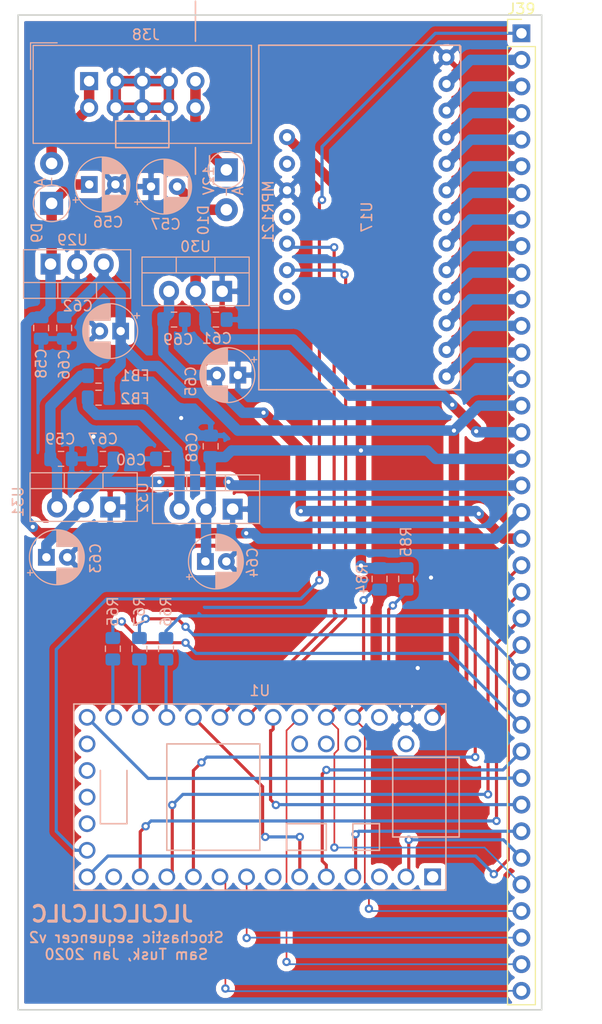
<source format=kicad_pcb>
(kicad_pcb (version 20171130) (host pcbnew "(5.0.1)-3")
  (layers (0 F.Cu signal) (31 B.Cu signal) (34 B.Paste user hide) (35 F.Paste user hide) (36 B.SilkS user) (37 F.SilkS user) (38 B.Mask user) (39 F.Mask user hide) (44 Edge.Cuts user))
  (net 0 "")
  (net 1 GND)
  (net 2 3.3V_Digital)
  (net 3 +12V)
  (net 4 -12V)
  (net 5 +5V)
  (net 6 "Net-(C59-Pad1)")
  (net 7 "Net-(C60-Pad1)")
  (net 8 3.3V_Analogue)
  (net 9 -5V)
  (net 10 /Power/+12V_in)
  (net 11 /Power/-12V_in)
  (net 12 /WS2812_level_boost)
  (net 13 DAC_B_LDACpin_p)
  (net 14 DAC_A_LDACpin_p)
  (net 15 DAC_C_LDACpin_p)
  (net 16 DAC_SDApin_p)
  (net 17 DAC_SCLpin_p)
  (net 18 Dout_SERpin_p)
  (net 19 Dout_LATCHpin_p)
  (net 20 Dout_CLKpin_p)
  (net 21 Din_CLKpin_p)
  (net 22 Din_latchPin_p)
  (net 23 AreadCon1_p)
  (net 24 AreadCon2_p)
  (net 25 AreadCon3_p)
  (net 26 Din_SERpin_p)
  (net 27 AreadMuxControlPin3_p)
  (net 28 AreadMuxControlPin2_p)
  (net 29 AreadMuxControlPin1_p)
  (net 30 Touch0_p)
  (net 31 Touch1_p)
  (net 32 Touch2_p)
  (net 33 Touch3_p)
  (net 34 Touch4_p)
  (net 35 Touch5_p)
  (net 36 Touch6_p)
  (net 37 Touch7_p)
  (net 38 Touch8_p)
  (net 39 Touch9_p)
  (net 40 Touch10_p)
  (net 41 Touch11_p)
  (net 42 WS2812_serial_p)
  (net 43 AreadPin1_p)
  (net 44 AreadPin3_p)
  (net 45 AreadPin2_p)
  (net 46 TouchI2C_SCL_p)
  (net 47 TouchI2C_SDA_p)
  (module Connector_PinHeader_2.54mm:PinHeader_1x37_P2.54mm_Vertical (layer F.Cu) (at 138.961192 26.445039)
    (fp_text reference J39 (at 0 -2.33) (layer F.SilkS))
    (fp_text value Conn_01x37_Female)
    (pad 37 thru_hole oval (at 0 91.44) (size 1.7 1.7) (drill 1) (layers *.Cu *.Mask) (net 13 DAC_B_LDACpin_p))
    (pad 36 thru_hole oval (at 0 88.9) (size 1.7 1.7) (drill 1) (layers *.Cu *.Mask) (net 14 DAC_A_LDACpin_p))
    (pad 35 thru_hole oval (at 0 86.36) (size 1.7 1.7) (drill 1) (layers *.Cu *.Mask) (net 15 DAC_C_LDACpin_p))
    (pad 34 thru_hole oval (at 0 83.82) (size 1.7 1.7) (drill 1) (layers *.Cu *.Mask) (net 16 DAC_SDApin_p))
    (pad 33 thru_hole oval (at 0 81.28) (size 1.7 1.7) (drill 1) (layers *.Cu *.Mask) (net 17 DAC_SCLpin_p))
    (pad 32 thru_hole oval (at 0 78.74) (size 1.7 1.7) (drill 1) (layers *.Cu *.Mask) (net 18 Dout_SERpin_p))
    (pad 31 thru_hole oval (at 0 76.2) (size 1.7 1.7) (drill 1) (layers *.Cu *.Mask) (net 19 Dout_LATCHpin_p))
    (pad 30 thru_hole oval (at 0 73.66) (size 1.7 1.7) (drill 1) (layers *.Cu *.Mask) (net 20 Dout_CLKpin_p))
    (pad 29 thru_hole oval (at 0 71.12) (size 1.7 1.7) (drill 1) (layers *.Cu *.Mask) (net 21 Din_CLKpin_p))
    (pad 28 thru_hole oval (at 0 68.58) (size 1.7 1.7) (drill 1) (layers *.Cu *.Mask) (net 22 Din_latchPin_p))
    (pad 27 thru_hole oval (at 0 66.04) (size 1.7 1.7) (drill 1) (layers *.Cu *.Mask) (net 23 AreadCon1_p))
    (pad 26 thru_hole oval (at 0 63.5) (size 1.7 1.7) (drill 1) (layers *.Cu *.Mask) (net 24 AreadCon2_p))
    (pad 25 thru_hole oval (at 0 60.96) (size 1.7 1.7) (drill 1) (layers *.Cu *.Mask) (net 25 AreadCon3_p))
    (pad 24 thru_hole oval (at 0 58.42) (size 1.7 1.7) (drill 1) (layers *.Cu *.Mask) (net 26 Din_SERpin_p))
    (pad 23 thru_hole oval (at 0 55.88) (size 1.7 1.7) (drill 1) (layers *.Cu *.Mask) (net 27 AreadMuxControlPin3_p))
    (pad 22 thru_hole oval (at 0 53.34) (size 1.7 1.7) (drill 1) (layers *.Cu *.Mask) (net 28 AreadMuxControlPin2_p))
    (pad 21 thru_hole oval (at 0 50.8) (size 1.7 1.7) (drill 1) (layers *.Cu *.Mask) (net 29 AreadMuxControlPin1_p))
    (pad 20 thru_hole oval (at 0 48.26) (size 1.7 1.7) (drill 1) (layers *.Cu *.Mask) (net 9 -5V))
    (pad 19 thru_hole oval (at 0 45.72) (size 1.7 1.7) (drill 1) (layers *.Cu *.Mask) (net 3 +12V))
    (pad 18 thru_hole oval (at 0 43.18) (size 1.7 1.7) (drill 1) (layers *.Cu *.Mask) (net 8 3.3V_Analogue))
    (pad 17 thru_hole oval (at 0 40.64) (size 1.7 1.7) (drill 1) (layers *.Cu *.Mask) (net 2 3.3V_Digital))
    (pad 16 thru_hole oval (at 0 38.1) (size 1.7 1.7) (drill 1) (layers *.Cu *.Mask) (net 4 -12V))
    (pad 15 thru_hole oval (at 0 35.56) (size 1.7 1.7) (drill 1) (layers *.Cu *.Mask) (net 5 +5V))
    (pad 14 thru_hole oval (at 0 33.02) (size 1.7 1.7) (drill 1) (layers *.Cu *.Mask) (net 1 GND))
    (pad 13 thru_hole oval (at 0 30.48) (size 1.7 1.7) (drill 1) (layers *.Cu *.Mask) (net 30 Touch0_p))
    (pad 12 thru_hole oval (at 0 27.94) (size 1.7 1.7) (drill 1) (layers *.Cu *.Mask) (net 31 Touch1_p))
    (pad 11 thru_hole oval (at 0 25.4) (size 1.7 1.7) (drill 1) (layers *.Cu *.Mask) (net 32 Touch2_p))
    (pad 10 thru_hole oval (at 0 22.86) (size 1.7 1.7) (drill 1) (layers *.Cu *.Mask) (net 33 Touch3_p))
    (pad 9 thru_hole oval (at 0 20.32) (size 1.7 1.7) (drill 1) (layers *.Cu *.Mask) (net 34 Touch4_p))
    (pad 8 thru_hole oval (at 0 17.78) (size 1.7 1.7) (drill 1) (layers *.Cu *.Mask) (net 35 Touch5_p))
    (pad 7 thru_hole oval (at 0 15.24) (size 1.7 1.7) (drill 1) (layers *.Cu *.Mask) (net 36 Touch6_p))
    (pad 6 thru_hole oval (at 0 12.7) (size 1.7 1.7) (drill 1) (layers *.Cu *.Mask) (net 37 Touch7_p))
    (pad 5 thru_hole oval (at 0 10.16) (size 1.7 1.7) (drill 1) (layers *.Cu *.Mask) (net 38 Touch8_p))
    (pad 4 thru_hole oval (at 0 7.62) (size 1.7 1.7) (drill 1) (layers *.Cu *.Mask) (net 39 Touch9_p))
    (pad 3 thru_hole oval (at 0 5.08) (size 1.7 1.7) (drill 1) (layers *.Cu *.Mask) (net 40 Touch10_p))
    (pad 2 thru_hole oval (at 0 2.54) (size 1.7 1.7) (drill 1) (layers *.Cu *.Mask) (net 41 Touch11_p))
    (pad 1 thru_hole rect (at 0 0) (size 1.7 1.7) (drill 1) (layers *.Cu *.Mask) (net 42 WS2812_serial_p))
  )
  (module Capacitor_SMD:C_0805_2012Metric_Pad1.15x1.40mm_HandSolder (layer B.Cu) (at 93.061192 54.585039 270)
    (fp_text reference C58 (at 3.4 0 270) (layer B.SilkS) (effects (justify mirror)))
    (fp_text value 100nF)
    (pad 2 smd roundrect (at 1.025 0 270) (size 1.15 1.4) (layers B.Cu B.Paste B.Mask) (roundrect_rratio 0.217391) (net 1 GND))
    (pad 1 smd roundrect (at -1.025 0 270) (size 1.15 1.4) (layers B.Cu B.Paste B.Mask) (roundrect_rratio 0.217391) (net 3 +12V))
  )
  (module Capacitor_SMD:C_0805_2012Metric_Pad1.15x1.40mm_HandSolder (layer B.Cu) (at 94.961192 67.085039)
    (fp_text reference C59 (at -0.07456 -1.884563) (layer B.SilkS) (effects (justify mirror)))
    (fp_text value 100nF)
    (pad 2 smd roundrect (at 1.025 0) (size 1.15 1.4) (layers B.Cu B.Paste B.Mask) (roundrect_rratio 0.217391) (net 1 GND))
    (pad 1 smd roundrect (at -1.025 0) (size 1.15 1.4) (layers B.Cu B.Paste B.Mask) (roundrect_rratio 0.217391) (net 6 "Net-(C59-Pad1)"))
  )
  (module Capacitor_SMD:C_0805_2012Metric_Pad1.15x1.40mm_HandSolder (layer B.Cu) (at 105.061192 67.085039 180)
    (fp_text reference C60 (at 3.4 -0.1 180) (layer B.SilkS) (effects (justify mirror)))
    (fp_text value 100nF)
    (pad 2 smd roundrect (at 1.025 0 180) (size 1.15 1.4) (layers B.Cu B.Paste B.Mask) (roundrect_rratio 0.217391) (net 1 GND))
    (pad 1 smd roundrect (at -1.025 0 180) (size 1.15 1.4) (layers B.Cu B.Paste B.Mask) (roundrect_rratio 0.217391) (net 7 "Net-(C60-Pad1)"))
  )
  (module Capacitor_SMD:C_0805_2012Metric_Pad1.15x1.40mm_HandSolder (layer B.Cu) (at 109.761192 53.785039 180)
    (fp_text reference C61 (at -0.1 -1.8 180) (layer B.SilkS) (effects (justify mirror)))
    (fp_text value 100nF)
    (pad 2 smd roundrect (at 1.025 0 180) (size 1.15 1.4) (layers B.Cu B.Paste B.Mask) (roundrect_rratio 0.217391) (net 4 -12V))
    (pad 1 smd roundrect (at -1.025 0 180) (size 1.15 1.4) (layers B.Cu B.Paste B.Mask) (roundrect_rratio 0.217391) (net 1 GND))
  )
  (module Capacitor_THT:CP_Radial_D5.0mm_P2.00mm (layer B.Cu) (at 100.661192 54.885039 180)
    (fp_text reference C62 (at 4.1 2.4) (layer B.SilkS) (effects (justify mirror)))
    (fp_text value 22uF)
    (pad 2 thru_hole circle (at 2 0 180) (size 1.6 1.6) (drill 0.8) (layers *.Cu *.Mask) (net 1 GND))
    (pad 1 thru_hole rect (at 0 0 180) (size 1.6 1.6) (drill 0.8) (layers *.Cu *.Mask) (net 5 +5V))
  )
  (module Capacitor_THT:CP_Radial_D5.0mm_P2.00mm (layer B.Cu) (at 93.561192 76.485039)
    (fp_text reference C63 (at 4.7 0.1 90) (layer B.SilkS) (effects (justify mirror)))
    (fp_text value 22uF)
    (pad 2 thru_hole circle (at 2 0) (size 1.6 1.6) (drill 0.8) (layers *.Cu *.Mask) (net 1 GND))
    (pad 1 thru_hole rect (at 0 0) (size 1.6 1.6) (drill 0.8) (layers *.Cu *.Mask) (net 8 3.3V_Analogue))
  )
  (module Capacitor_THT:CP_Radial_D5.0mm_P2.00mm (layer B.Cu) (at 108.761192 76.885039)
    (fp_text reference C64 (at 4.5 0.1 90) (layer B.SilkS) (effects (justify mirror)))
    (fp_text value 22uF)
    (pad 2 thru_hole circle (at 2 0) (size 1.6 1.6) (drill 0.8) (layers *.Cu *.Mask) (net 1 GND))
    (pad 1 thru_hole rect (at 0 0) (size 1.6 1.6) (drill 0.8) (layers *.Cu *.Mask) (net 2 3.3V_Digital))
  )
  (module Capacitor_THT:CP_Radial_D5.0mm_P2.00mm (layer B.Cu) (at 111.861192 59.085039 180)
    (fp_text reference C65 (at 4.5 -0.6 270) (layer B.SilkS) (effects (justify mirror)))
    (fp_text value 22uF)
    (pad 2 thru_hole circle (at 2 0 180) (size 1.6 1.6) (drill 0.8) (layers *.Cu *.Mask) (net 9 -5V))
    (pad 1 thru_hole rect (at 0 0 180) (size 1.6 1.6) (drill 0.8) (layers *.Cu *.Mask) (net 1 GND))
  )
  (module Capacitor_SMD:C_0805_2012Metric_Pad1.15x1.40mm_HandSolder (layer B.Cu) (at 95.261192 54.585039 270)
    (fp_text reference C66 (at 3.5 0 270) (layer B.SilkS) (effects (justify mirror)))
    (fp_text value 100nF)
    (pad 2 smd roundrect (at 1.025 0 270) (size 1.15 1.4) (layers B.Cu B.Paste B.Mask) (roundrect_rratio 0.217391) (net 1 GND))
    (pad 1 smd roundrect (at -1.025 0 270) (size 1.15 1.4) (layers B.Cu B.Paste B.Mask) (roundrect_rratio 0.217391) (net 5 +5V))
  )
  (module Capacitor_SMD:C_0805_2012Metric_Pad1.15x1.40mm_HandSolder (layer B.Cu) (at 98.961192 67.085039 180)
    (fp_text reference C67 (at 0 1.9 180) (layer B.SilkS) (effects (justify mirror)))
    (fp_text value 100nF)
    (pad 2 smd roundrect (at 1.025 0 180) (size 1.15 1.4) (layers B.Cu B.Paste B.Mask) (roundrect_rratio 0.217391) (net 1 GND))
    (pad 1 smd roundrect (at -1.025 0 180) (size 1.15 1.4) (layers B.Cu B.Paste B.Mask) (roundrect_rratio 0.217391) (net 8 3.3V_Analogue))
  )
  (module Capacitor_SMD:C_0805_2012Metric_Pad1.15x1.40mm_HandSolder (layer B.Cu) (at 109.261192 65.885039 90)
    (fp_text reference C68 (at -0.1 -1.8 90) (layer B.SilkS) (effects (justify mirror)))
    (fp_text value 100nF)
    (pad 2 smd roundrect (at 1.025 0 90) (size 1.15 1.4) (layers B.Cu B.Paste B.Mask) (roundrect_rratio 0.217391) (net 1 GND))
    (pad 1 smd roundrect (at -1.025 0 90) (size 1.15 1.4) (layers B.Cu B.Paste B.Mask) (roundrect_rratio 0.217391) (net 2 3.3V_Digital))
  )
  (module Capacitor_SMD:C_0805_2012Metric_Pad1.15x1.40mm_HandSolder (layer B.Cu) (at 105.761192 53.785039 180)
    (fp_text reference C69 (at -0.4 -1.9 180) (layer B.SilkS) (effects (justify mirror)))
    (fp_text value 100nF)
    (pad 2 smd roundrect (at 1.025 0 180) (size 1.15 1.4) (layers B.Cu B.Paste B.Mask) (roundrect_rratio 0.217391) (net 9 -5V))
    (pad 1 smd roundrect (at -1.025 0 180) (size 1.15 1.4) (layers B.Cu B.Paste B.Mask) (roundrect_rratio 0.217391) (net 1 GND))
  )
  (module Diode_THT:D_DO-41_SOD81_P3.81mm_Vertical_AnodeUp (layer B.Cu) (at 94.061192 42.685039 90)
    (fp_text reference D9 (at -2.81257 -1.4 90) (layer B.SilkS) (effects (justify mirror)))
    (fp_text value 1N4001)
    (fp_text user A (at 2.01 -1.1 90) (layer B.SilkS) (effects (justify mirror)))
    (pad 2 thru_hole oval (at 3.81 0 90) (size 2.2 2.2) (drill 1.1) (layers *.Cu *.Mask) (net 10 /Power/+12V_in))
    (pad 1 thru_hole rect (at 0 0 90) (size 2.2 2.2) (drill 1.1) (layers *.Cu *.Mask) (net 3 +12V))
  )
  (module Diode_THT:D_DO-41_SOD81_P3.81mm_Vertical_AnodeUp (layer B.Cu) (at 110.761192 39.485039 270)
    (fp_text reference D10 (at 4.8 2.2 270) (layer B.SilkS) (effects (justify mirror)))
    (fp_text value 1N4001)
    (fp_text user A (at 2.01 -1.1 270) (layer B.SilkS) (effects (justify mirror)))
    (pad 2 thru_hole oval (at 3.81 0 270) (size 2.2 2.2) (drill 1.1) (layers *.Cu *.Mask) (net 4 -12V))
    (pad 1 thru_hole rect (at 0 0 270) (size 2.2 2.2) (drill 1.1) (layers *.Cu *.Mask) (net 11 /Power/-12V_in))
  )
  (module Inductor_SMD:L_0805_2012Metric_Pad1.15x1.40mm_HandSolder (layer B.Cu) (at 98.544447 59.146815)
    (fp_text reference FB1 (at 3.5 0) (layer B.SilkS) (effects (justify mirror)))
    (fp_text value Ferrite_Bead)
    (pad 2 smd roundrect (at 1.025 0) (size 1.15 1.4) (layers B.Cu B.Paste B.Mask) (roundrect_rratio 0.217391) (net 5 +5V))
    (pad 1 smd roundrect (at -1.025 0) (size 1.15 1.4) (layers B.Cu B.Paste B.Mask) (roundrect_rratio 0.217391) (net 6 "Net-(C59-Pad1)"))
  )
  (module Inductor_SMD:L_0805_2012Metric_Pad1.15x1.40mm_HandSolder (layer B.Cu) (at 98.544447 61.246815)
    (fp_text reference FB2 (at 3.5 0.1) (layer B.SilkS) (effects (justify mirror)))
    (fp_text value Ferrite_Bead)
    (pad 2 smd roundrect (at 1.025 0) (size 1.15 1.4) (layers B.Cu B.Paste B.Mask) (roundrect_rratio 0.217391) (net 5 +5V))
    (pad 1 smd roundrect (at -1.025 0) (size 1.15 1.4) (layers B.Cu B.Paste B.Mask) (roundrect_rratio 0.217391) (net 7 "Net-(C60-Pad1)"))
  )
  (module Eurocad:Eurorack_power_header (layer B.Cu) (at 97.648622 31.0105 270)
    (fp_text reference J38 (at -4.425461 -5.41257) (layer B.SilkS) (effects (justify mirror)))
    (fp_text value EURO_PWR_2x5)
    (fp_text user -12V (at 8.89 -11.43 270) (layer B.SilkS) (effects (justify mirror)))
    (pad 10 thru_hole oval (at 2.54 -10.16 270) (size 1.7272 1.7272) (drill 1.016) (layers *.Cu *.Mask) (net 11 /Power/-12V_in))
    (pad 9 thru_hole oval (at 0 -10.16 270) (size 1.7272 1.7272) (drill 1.016) (layers *.Cu *.Mask) (net 11 /Power/-12V_in))
    (pad 8 thru_hole oval (at 2.54 -7.62 270) (size 1.7272 1.7272) (drill 1.016) (layers *.Cu *.Mask) (net 1 GND))
    (pad 7 thru_hole oval (at 0 -7.62 270) (size 1.7272 1.7272) (drill 1.016) (layers *.Cu *.Mask) (net 1 GND))
    (pad 6 thru_hole oval (at 2.54 -5.08 270) (size 1.7272 1.7272) (drill 1.016) (layers *.Cu *.Mask) (net 1 GND))
    (pad 5 thru_hole oval (at 0 -5.08 270) (size 1.7272 1.7272) (drill 1.016) (layers *.Cu *.Mask) (net 1 GND))
    (pad 4 thru_hole oval (at 2.54 -2.54 270) (size 1.7272 1.7272) (drill 1.016) (layers *.Cu *.Mask) (net 1 GND))
    (pad 3 thru_hole oval (at 0 -2.54 270) (size 1.7272 1.7272) (drill 1.016) (layers *.Cu *.Mask) (net 1 GND))
    (pad 2 thru_hole oval (at 2.54 0 270) (size 1.7272 1.7272) (drill 1.016) (layers *.Cu *.Mask) (net 10 /Power/+12V_in))
    (pad 1 thru_hole rect (at 0 0 270) (size 1.7272 1.7272) (drill 1.016) (layers *.Cu *.Mask) (net 10 /Power/+12V_in))
  )
  (module teensy:TeensyLC_fixed_pads (layer B.Cu) (at 113.961192 99.385039 180)
    (fp_text reference U1 (at 0 10.16 180) (layer B.SilkS) (effects (justify mirror)))
    (fp_text value Teensy-LC)
    (pad 1 thru_hole rect (at -16.51 -7.62 180) (size 1.6 1.6) (drill 1.1) (layers *.Cu *.Mask))
    (pad 2 thru_hole circle (at -13.97 -7.62 180) (size 1.6 1.6) (drill 1.1) (layers *.Cu *.Mask) (net 18 Dout_SERpin_p))
    (pad 3 thru_hole circle (at -11.43 -7.62 180) (size 1.6 1.6) (drill 1.1) (layers *.Cu *.Mask))
    (pad 4 thru_hole circle (at -8.89 -7.62 180) (size 1.6 1.6) (drill 1.1) (layers *.Cu *.Mask) (net 19 Dout_LATCHpin_p))
    (pad 5 thru_hole circle (at -6.35 -7.62 180) (size 1.6 1.6) (drill 1.1) (layers *.Cu *.Mask) (net 22 Din_latchPin_p))
    (pad 6 thru_hole circle (at -3.81 -7.62 180) (size 1.6 1.6) (drill 1.1) (layers *.Cu *.Mask) (net 12 /WS2812_level_boost))
    (pad 7 thru_hole circle (at -1.27 -7.62 180) (size 1.6 1.6) (drill 1.1) (layers *.Cu *.Mask))
    (pad 8 thru_hole circle (at 1.27 -7.62 180) (size 1.6 1.6) (drill 1.1) (layers *.Cu *.Mask) (net 15 DAC_C_LDACpin_p))
    (pad 9 thru_hole circle (at 3.81 -7.62 180) (size 1.6 1.6) (drill 1.1) (layers *.Cu *.Mask) (net 13 DAC_B_LDACpin_p))
    (pad 10 thru_hole circle (at 6.35 -7.62 180) (size 1.6 1.6) (drill 1.1) (layers *.Cu *.Mask) (net 29 AreadMuxControlPin1_p))
    (pad 11 thru_hole circle (at 8.89 -7.62 180) (size 1.6 1.6) (drill 1.1) (layers *.Cu *.Mask) (net 28 AreadMuxControlPin2_p))
    (pad 12 thru_hole circle (at 11.43 -7.62 180) (size 1.6 1.6) (drill 1.1) (layers *.Cu *.Mask) (net 27 AreadMuxControlPin3_p))
    (pad 13 thru_hole circle (at 13.97 -7.62 180) (size 1.6 1.6) (drill 1.1) (layers *.Cu *.Mask))
    (pad 37 thru_hole circle (at -3.81 5.08 180) (size 1.6 1.6) (drill 1.1) (layers *.Cu *.Mask))
    (pad 36 thru_hole circle (at -6.35 5.08 180) (size 1.6 1.6) (drill 1.1) (layers *.Cu *.Mask))
    (pad 35 thru_hole circle (at -8.89 5.08 180) (size 1.6 1.6) (drill 1.1) (layers *.Cu *.Mask))
    (pad 34 thru_hole circle (at -13.97 5.08 180) (size 1.6 1.6) (drill 1.1) (layers *.Cu *.Mask))
    (pad 33 thru_hole circle (at -16.51 7.62 180) (size 1.6 1.6) (drill 1.1) (layers *.Cu *.Mask) (net 5 +5V))
    (pad 32 thru_hole circle (at -13.97 7.62 180) (size 1.6 1.6) (drill 1.1) (layers *.Cu *.Mask) (net 1 GND))
    (pad 31 thru_hole circle (at -11.43 7.62 180) (size 1.6 1.6) (drill 1.1) (layers *.Cu *.Mask))
    (pad 30 thru_hole circle (at -8.89 7.62 180) (size 1.6 1.6) (drill 1.1) (layers *.Cu *.Mask) (net 16 DAC_SDApin_p))
    (pad 29 thru_hole circle (at -6.35 7.62 180) (size 1.6 1.6) (drill 1.1) (layers *.Cu *.Mask) (net 17 DAC_SCLpin_p))
    (pad 28 thru_hole circle (at -3.81 7.62 180) (size 1.6 1.6) (drill 1.1) (layers *.Cu *.Mask) (net 14 DAC_A_LDACpin_p))
    (pad 27 thru_hole circle (at -1.27 7.62 180) (size 1.6 1.6) (drill 1.1) (layers *.Cu *.Mask) (net 20 Dout_CLKpin_p))
    (pad 26 thru_hole circle (at 1.27 7.62 180) (size 1.6 1.6) (drill 1.1) (layers *.Cu *.Mask) (net 46 TouchI2C_SCL_p))
    (pad 25 thru_hole circle (at 3.81 7.62 180) (size 1.6 1.6) (drill 1.1) (layers *.Cu *.Mask) (net 47 TouchI2C_SDA_p))
    (pad 24 thru_hole circle (at 6.35 7.62 180) (size 1.6 1.6) (drill 1.1) (layers *.Cu *.Mask) (net 12 /WS2812_level_boost))
    (pad 23 thru_hole circle (at 8.89 7.62 180) (size 1.6 1.6) (drill 1.1) (layers *.Cu *.Mask) (net 44 AreadPin3_p))
    (pad 22 thru_hole circle (at 11.43 7.62 180) (size 1.6 1.6) (drill 1.1) (layers *.Cu *.Mask) (net 45 AreadPin2_p))
    (pad 21 thru_hole circle (at 13.97 7.62 180) (size 1.6 1.6) (drill 1.1) (layers *.Cu *.Mask) (net 43 AreadPin1_p))
    (pad 14 thru_hole circle (at 16.51 -7.62 180) (size 1.6 1.6) (drill 1.1) (layers *.Cu *.Mask) (net 26 Din_SERpin_p))
    (pad 15 thru_hole circle (at 16.51 -5.08 180) (size 1.6 1.6) (drill 1.1) (layers *.Cu *.Mask) (net 42 WS2812_serial_p))
    (pad 16 thru_hole circle (at 16.51 -2.54 180) (size 1.6 1.6) (drill 1.1) (layers *.Cu *.Mask))
    (pad 20 thru_hole circle (at 16.51 7.62 180) (size 1.6 1.6) (drill 1.1) (layers *.Cu *.Mask) (net 21 Din_CLKpin_p))
    (pad 19 thru_hole circle (at 16.51 5.08 180) (size 1.6 1.6) (drill 1.1) (layers *.Cu *.Mask))
    (pad 18 thru_hole circle (at 16.51 2.54 180) (size 1.6 1.6) (drill 1.1) (layers *.Cu *.Mask))
    (pad 17 thru_hole circle (at 16.51 0 180) (size 1.6 1.6) (drill 1.1) (layers *.Cu *.Mask))
  )
  (module Package_TO_SOT_THT:TO-220-3_Vertical (layer B.Cu) (at 93.961192 48.485039)
    (fp_text reference U29 (at 2.1 -2.3) (layer B.SilkS) (effects (justify mirror)))
    (fp_text value LM7805_TO220)
    (pad 3 thru_hole oval (at 5.08 0) (size 1.905 2) (drill 1.1) (layers *.Cu *.Mask) (net 5 +5V))
    (pad 2 thru_hole oval (at 2.54 0) (size 1.905 2) (drill 1.1) (layers *.Cu *.Mask) (net 1 GND))
    (pad 1 thru_hole rect (at 0 0) (size 1.905 2) (drill 1.1) (layers *.Cu *.Mask) (net 3 +12V))
  )
  (module Package_TO_SOT_THT:TO-220-3_Vertical (layer B.Cu) (at 110.361192 51.085039 180)
    (fp_text reference U30 (at 2.54 4.27 180) (layer B.SilkS) (effects (justify mirror)))
    (fp_text value LM7905_TO220)
    (pad 3 thru_hole oval (at 5.08 0 180) (size 1.905 2) (drill 1.1) (layers *.Cu *.Mask) (net 9 -5V))
    (pad 2 thru_hole oval (at 2.54 0 180) (size 1.905 2) (drill 1.1) (layers *.Cu *.Mask) (net 4 -12V))
    (pad 1 thru_hole rect (at 0 0 180) (size 1.905 2) (drill 1.1) (layers *.Cu *.Mask) (net 1 GND))
  )
  (module "Eurocad:MPR121 breakout (adafruit)" (layer B.Cu) (at 116.561192 43.985039)
    (fp_text reference U17 (at 7.62 0 90) (layer B.SilkS) (effects (justify mirror)))
    (fp_text value MPR121_breakout)
    (fp_text user MPR121 (at -1.8 -0.5 -90) (layer B.SilkS) (effects (justify mirror)))
    (pad 12 thru_hole circle (at 15.24 15.24) (size 1.524 1.524) (drill 0.8) (layers *.Cu *.Mask) (net 30 Touch0_p))
    (pad 19 thru_hole circle (at 0 -7.62) (size 1.524 1.524) (drill 0.8) (layers *.Cu *.Mask) (net 2 3.3V_Digital))
    (pad 18 thru_hole circle (at 0 -5.08) (size 1.524 1.524) (drill 0.8) (layers *.Cu *.Mask))
    (pad 17 thru_hole circle (at 0 -2.54) (size 1.524 1.524) (drill 0.8) (layers *.Cu *.Mask) (net 1 GND))
    (pad 13 thru_hole circle (at 0 7.62) (size 1.524 1.524) (drill 0.8) (layers *.Cu *.Mask))
    (pad 14 thru_hole circle (at 0 5.08) (size 1.524 1.524) (drill 0.8) (layers *.Cu *.Mask) (net 46 TouchI2C_SCL_p))
    (pad 15 thru_hole circle (at 0 2.54) (size 1.524 1.524) (drill 0.8) (layers *.Cu *.Mask) (net 47 TouchI2C_SDA_p))
    (pad 16 thru_hole circle (at 0 0) (size 1.524 1.524) (drill 0.8) (layers *.Cu *.Mask))
    (pad 0 thru_hole circle (at 15.24 -15.24) (size 1.524 1.524) (drill 0.8) (layers *.Cu *.Mask) (net 1 GND))
    (pad 1 thru_hole circle (at 15.24 -12.7) (size 1.524 1.524) (drill 0.8) (layers *.Cu *.Mask) (net 41 Touch11_p))
    (pad 2 thru_hole circle (at 15.24 -10.16) (size 1.524 1.524) (drill 0.762) (layers *.Cu *.Mask) (net 40 Touch10_p))
    (pad 3 thru_hole circle (at 15.24 -7.62) (size 1.524 1.524) (drill 0.8) (layers *.Cu *.Mask) (net 39 Touch9_p))
    (pad 4 thru_hole circle (at 15.24 -5.08) (size 1.524 1.524) (drill 0.8) (layers *.Cu *.Mask) (net 38 Touch8_p))
    (pad 5 thru_hole circle (at 15.24 -2.54) (size 1.524 1.524) (drill 0.8) (layers *.Cu *.Mask) (net 37 Touch7_p))
    (pad 11 thru_hole circle (at 15.24 12.7) (size 1.524 1.524) (drill 0.8) (layers *.Cu *.Mask) (net 31 Touch1_p))
    (pad 10 thru_hole circle (at 15.24 10.16) (size 1.524 1.524) (drill 0.8) (layers *.Cu *.Mask) (net 32 Touch2_p))
    (pad 9 thru_hole circle (at 15.24 7.62) (size 1.524 1.524) (drill 0.8) (layers *.Cu *.Mask) (net 33 Touch3_p))
    (pad 8 thru_hole circle (at 15.24 5.08) (size 1.524 1.524) (drill 0.8) (layers *.Cu *.Mask) (net 34 Touch4_p))
    (pad 7 thru_hole circle (at 15.24 2.54) (size 1.524 1.524) (drill 0.8) (layers *.Cu *.Mask) (net 35 Touch5_p))
    (pad 6 thru_hole circle (at 15.24 0) (size 1.524 1.524) (drill 0.8) (layers *.Cu *.Mask) (net 36 Touch6_p))
  )
  (module Package_TO_SOT_THT:TO-220-3_Vertical (layer B.Cu) (at 99.661192 71.685039 180)
    (fp_text reference U31 (at 8.8 0.5 270) (layer B.SilkS) (effects (justify mirror)))
    (fp_text value LM1117-3.3)
    (pad 3 thru_hole oval (at 5.08 0 180) (size 1.905 2) (drill 1.1) (layers *.Cu *.Mask) (net 6 "Net-(C59-Pad1)"))
    (pad 2 thru_hole oval (at 2.54 0 180) (size 1.905 2) (drill 1.1) (layers *.Cu *.Mask) (net 8 3.3V_Analogue))
    (pad 1 thru_hole rect (at 0 0 180) (size 1.905 2) (drill 1.1) (layers *.Cu *.Mask) (net 1 GND))
  )
  (module Package_TO_SOT_THT:TO-220-3_Vertical (layer B.Cu) (at 111.361192 71.885039 180)
    (fp_text reference U32 (at 8.6 1.1 270) (layer B.SilkS) (effects (justify mirror)))
    (fp_text value LM1117-3.3)
    (pad 3 thru_hole oval (at 5.08 0 180) (size 1.905 2) (drill 1.1) (layers *.Cu *.Mask) (net 7 "Net-(C60-Pad1)"))
    (pad 2 thru_hole oval (at 2.54 0 180) (size 1.905 2) (drill 1.1) (layers *.Cu *.Mask) (net 2 3.3V_Digital))
    (pad 1 thru_hole rect (at 0 0 180) (size 1.905 2) (drill 1.1) (layers *.Cu *.Mask) (net 1 GND))
  )
  (module Resistor_SMD:R_0805_2012Metric_Pad1.15x1.40mm_HandSolder (layer B.Cu) (at 99.913878 85.218947 270)
    (fp_text reference R65 (at -3.556 0 270) (layer B.SilkS) (effects (justify mirror)))
    (fp_text value 2.2k)
    (pad 2 smd roundrect (at 1.025 0 270) (size 1.15 1.4) (layers B.Cu B.Paste B.Mask) (roundrect_rratio 0.217391) (net 43 AreadPin1_p))
    (pad 1 smd roundrect (at -1.025 0 270) (size 1.15 1.4) (layers B.Cu B.Paste B.Mask) (roundrect_rratio 0.217391) (net 23 AreadCon1_p))
  )
  (module Resistor_SMD:R_0805_2012Metric_Pad1.15x1.40mm_HandSolder (layer B.Cu) (at 104.993878 85.218947 270)
    (fp_text reference R66 (at -3.556 0 270) (layer B.SilkS) (effects (justify mirror)))
    (fp_text value 2.2k)
    (pad 2 smd roundrect (at 1.025 0 270) (size 1.15 1.4) (layers B.Cu B.Paste B.Mask) (roundrect_rratio 0.217391) (net 44 AreadPin3_p))
    (pad 1 smd roundrect (at -1.025 0 270) (size 1.15 1.4) (layers B.Cu B.Paste B.Mask) (roundrect_rratio 0.217391) (net 25 AreadCon3_p))
  )
  (module Resistor_SMD:R_0805_2012Metric_Pad1.15x1.40mm_HandSolder (layer B.Cu) (at 102.453878 85.218947 270)
    (fp_text reference R67 (at -3.556 0 270) (layer B.SilkS) (effects (justify mirror)))
    (fp_text value 2.2k)
    (pad 2 smd roundrect (at 1.025 0 270) (size 1.15 1.4) (layers B.Cu B.Paste B.Mask) (roundrect_rratio 0.217391) (net 45 AreadPin2_p))
    (pad 1 smd roundrect (at -1.025 0 270) (size 1.15 1.4) (layers B.Cu B.Paste B.Mask) (roundrect_rratio 0.217391) (net 24 AreadCon2_p))
  )
  (module Resistor_SMD:R_0805_2012Metric_Pad1.15x1.40mm_HandSolder (layer B.Cu) (at 125.401192 78.549039 270)
    (fp_text reference R84 (at 0 1.65 270) (layer B.SilkS) (effects (justify mirror)))
    (fp_text value 4.7k)
    (pad 2 smd roundrect (at 1.025 0 270) (size 1.15 1.4) (layers B.Cu B.Paste B.Mask) (roundrect_rratio 0.217391) (net 17 DAC_SCLpin_p))
    (pad 1 smd roundrect (at -1.025 0 270) (size 1.15 1.4) (layers B.Cu B.Paste B.Mask) (roundrect_rratio 0.217391) (net 2 3.3V_Digital))
  )
  (module Resistor_SMD:R_0805_2012Metric_Pad1.15x1.40mm_HandSolder (layer B.Cu) (at 127.941192 78.549039 270)
    (fp_text reference R85 (at -3.556 0 270) (layer B.SilkS) (effects (justify mirror)))
    (fp_text value 4.7k)
    (pad 2 smd roundrect (at 1.025 0 270) (size 1.15 1.4) (layers B.Cu B.Paste B.Mask) (roundrect_rratio 0.217391) (net 16 DAC_SDApin_p))
    (pad 1 smd roundrect (at -1.025 0 270) (size 1.15 1.4) (layers B.Cu B.Paste B.Mask) (roundrect_rratio 0.217391) (net 2 3.3V_Digital))
  )
  (module Capacitor_THT:CP_Radial_D5.0mm_P2.50mm (layer B.Cu) (at 97.661192 40.885039)
    (fp_text reference C56 (at 1.8 3.6) (layer B.SilkS) (effects (justify mirror)))
    (fp_text value 100uF)
    (pad 2 thru_hole circle (at 2.5 0) (size 1.6 1.6) (drill 0.8) (layers *.Cu *.Mask) (net 1 GND))
    (pad 1 thru_hole rect (at 0 0) (size 1.6 1.6) (drill 0.8) (layers *.Cu *.Mask) (net 3 +12V))
  )
  (module Capacitor_THT:CP_Radial_D5.0mm_P2.50mm (layer B.Cu) (at 103.561192 41.085039)
    (fp_text reference C57 (at 1.4 3.6) (layer B.SilkS) (effects (justify mirror)))
    (fp_text value 100uF)
    (pad 2 thru_hole circle (at 2.5 0) (size 1.6 1.6) (drill 0.8) (layers *.Cu *.Mask) (net 4 -12V))
    (pad 1 thru_hole rect (at 0 0) (size 1.6 1.6) (drill 0.8) (layers *.Cu *.Mask) (net 1 GND))
  )
  (gr_text "Stochastic sequencer v2\nSam Tusk, Jan 2020" (at 101.2 113.6) (layer B.SilkS) (effects (font (size 1 1) (thickness 0.18)) (justify mirror)))
  (gr_text JLCJLCJLCJLC (at 99.85 110.55) (layer B.SilkS) (effects (font (size 1.5 1.5) (thickness 0.3)) (justify mirror)))
  (gr_line (start 90.857192 119.697039) (end 140.895192 119.697039) (layer Edge.Cuts) (width 0.15))
  (gr_line (start 90.857192 24.701039) (end 90.857192 119.697039) (layer Edge.Cuts) (width 0.15))
  (gr_line (start 140.895192 24.701039) (end 90.857192 24.701039) (layer Edge.Cuts) (width 0.15))
  (gr_line (start 140.895192 119.697039) (end 140.895192 24.701039) (layer Edge.Cuts) (width 0.15))
  (segment (start 105.268622 31.0105) (end 100.188622 31.0105) (width 1) (layer F.Cu) (net 1))
  (segment (start 100.188622 31.0105) (end 100.188622 33.5505) (width 1) (layer F.Cu) (net 1))
  (segment (start 100.188622 33.5505) (end 105.268622 33.5505) (width 1) (layer F.Cu) (net 1))
  (segment (start 105.268622 31.0105) (end 105.268622 33.5505) (width 1) (layer F.Cu) (net 1))
  (via (at 98.06 64.962) (size 1) (drill 0.4) (layers F.Cu B.Cu) (net 1))
  (segment (start 97.936192 67.085039) (end 97.936192 65.085808) (width 1) (layer B.Cu) (net 1))
  (segment (start 97.936192 65.085808) (end 98.06 64.962) (width 1) (layer B.Cu) (net 1))
  (via (at 106.442 63.184) (size 1) (drill 0.4) (layers F.Cu B.Cu) (net 1))
  (segment (start 109.261192 64.860039) (end 108.118039 64.860039) (width 1) (layer B.Cu) (net 1))
  (segment (start 108.118039 64.860039) (end 106.442 63.184) (width 1) (layer B.Cu) (net 1))
  (via (at 129.048 87.06) (size 1) (drill 0.4) (layers F.Cu B.Cu) (net 1))
  (segment (start 127.931192 91.765039) (end 127.931192 88.176808) (width 1) (layer B.Cu) (net 1))
  (segment (start 127.931192 88.176808) (end 129.048 87.06) (width 1) (layer B.Cu) (net 1))
  (via (at 130.318 78.424) (size 1) (drill 0.4) (layers F.Cu B.Cu) (net 1))
  (segment (start 129.048 87.06) (end 129.048 79.694) (width 1) (layer F.Cu) (net 1))
  (segment (start 129.048 79.694) (end 130.318 78.424) (width 1) (layer F.Cu) (net 1))
  (segment (start 108.821192 76.825039) (end 108.761192 76.885039) (width 1) (layer B.Cu) (net 2))
  (segment (start 108.821192 71.885039) (end 108.821192 76.825039) (width 1) (layer B.Cu) (net 2))
  (segment (start 109.236192 71.470039) (end 108.821192 71.885039) (width 1) (layer B.Cu) (net 2))
  (segment (start 123.261192 43.065039) (end 116.561192 36.365039) (width 1) (layer F.Cu) (net 2))
  (segment (start 123.361192 43.065039) (end 123.261192 43.065039) (width 1) (layer F.Cu) (net 2))
  (segment (start 109.261192 71.445039) (end 108.821192 71.885039) (width 1) (layer B.Cu) (net 2))
  (segment (start 109.261192 66.910039) (end 109.261192 71.445039) (width 1) (layer B.Cu) (net 2))
  (segment (start 109.261192 66.910039) (end 110.636192 66.910039) (width 1) (layer B.Cu) (net 2))
  (segment (start 110.636192 66.910039) (end 111.261192 66.285039) (width 1) (layer B.Cu) (net 2))
  (via (at 123.623192 77.279039) (size 1) (drill 0.4) (layers F.Cu B.Cu) (net 2))
  (segment (start 125.401192 77.524039) (end 123.868192 77.524039) (width 1) (layer B.Cu) (net 2))
  (segment (start 123.868192 77.524039) (end 123.623192 77.279039) (width 1) (layer B.Cu) (net 2))
  (via (at 123.623192 66.285039) (size 1) (drill 0.4) (layers F.Cu B.Cu) (net 2))
  (segment (start 123.623192 77.279039) (end 123.623192 66.285039) (width 1) (layer F.Cu) (net 2))
  (segment (start 111.261192 66.285039) (end 123.623192 66.285039) (width 1) (layer B.Cu) (net 2))
  (segment (start 123.623192 66.285039) (end 129.973192 66.285039) (width 1) (layer B.Cu) (net 2))
  (segment (start 123.623192 43.327039) (end 123.623192 66.285039) (width 1) (layer F.Cu) (net 2))
  (segment (start 123.361192 43.065039) (end 123.623192 43.327039) (width 1) (layer F.Cu) (net 2))
  (segment (start 130.773192 67.085039) (end 129.973192 66.285039) (width 1) (layer B.Cu) (net 2))
  (segment (start 138.961192 67.085039) (end 130.773192 67.085039) (width 1) (layer B.Cu) (net 2))
  (segment (start 125.401192 77.524039) (end 127.941192 77.524039) (width 1) (layer B.Cu) (net 2))
  (segment (start 95.861192 40.885039) (end 94.061192 42.685039) (width 1) (layer F.Cu) (net 3))
  (segment (start 97.661192 40.885039) (end 95.861192 40.885039) (width 1) (layer F.Cu) (net 3))
  (segment (start 94.061192 48.385039) (end 93.961192 48.485039) (width 1) (layer F.Cu) (net 3))
  (segment (start 94.061192 42.685039) (end 94.061192 48.385039) (width 1) (layer F.Cu) (net 3))
  (segment (start 93.961192 52.660039) (end 93.061192 53.560039) (width 1) (layer B.Cu) (net 3))
  (segment (start 93.961192 48.485039) (end 93.961192 52.660039) (width 1) (layer B.Cu) (net 3))
  (via (at 92.261192 73.585039) (size 1) (drill 0.4) (layers F.Cu B.Cu) (net 3))
  (segment (start 91.601182 72.925029) (end 92.261192 73.585039) (width 1) (layer B.Cu) (net 3))
  (segment (start 91.601182 54.220049) (end 91.601182 72.925029) (width 1) (layer B.Cu) (net 3))
  (segment (start 93.061192 53.560039) (end 92.261192 53.560039) (width 1) (layer B.Cu) (net 3))
  (segment (start 92.261192 53.560039) (end 91.601182 54.220049) (width 1) (layer B.Cu) (net 3))
  (via (at 112.661192 74.185039) (size 1) (drill 0.4) (layers F.Cu B.Cu) (net 3))
  (segment (start 92.261192 73.585039) (end 92.861192 74.185039) (width 1) (layer F.Cu) (net 3))
  (segment (start 92.861192 74.185039) (end 112.661192 74.185039) (width 1) (layer F.Cu) (net 3))
  (segment (start 112.661192 74.185039) (end 113.368298 74.185039) (width 1) (layer B.Cu) (net 3))
  (segment (start 113.368298 74.185039) (end 113.888298 74.705039) (width 1) (layer B.Cu) (net 3))
  (segment (start 136.421192 74.705039) (end 138.961192 72.165039) (width 1) (layer B.Cu) (net 3))
  (segment (start 113.888298 74.705039) (end 136.421192 74.705039) (width 1) (layer B.Cu) (net 3))
  (segment (start 108.271192 43.295039) (end 106.061192 41.085039) (width 1) (layer F.Cu) (net 4))
  (segment (start 110.761192 43.295039) (end 108.271192 43.295039) (width 1) (layer F.Cu) (net 4))
  (segment (start 107.821192 43.745039) (end 108.271192 43.295039) (width 1) (layer F.Cu) (net 4))
  (segment (start 107.821192 51.085039) (end 107.821192 43.745039) (width 1) (layer F.Cu) (net 4))
  (segment (start 108.736192 52.985039) (end 108.736192 53.785039) (width 1) (layer B.Cu) (net 4))
  (segment (start 107.821192 52.070039) (end 108.736192 52.985039) (width 1) (layer B.Cu) (net 4))
  (segment (start 107.821192 51.085039) (end 107.821192 52.070039) (width 1) (layer B.Cu) (net 4))
  (segment (start 117.161192 55.685039) (end 122.523193 61.04704) (width 1) (layer B.Cu) (net 4))
  (segment (start 109.836192 55.685039) (end 117.161192 55.685039) (width 1) (layer B.Cu) (net 4))
  (segment (start 108.736192 53.785039) (end 108.736192 54.585039) (width 1) (layer B.Cu) (net 4))
  (segment (start 108.736192 54.585039) (end 109.836192 55.685039) (width 1) (layer B.Cu) (net 4))
  (via (at 134.636 64.454) (size 1) (drill 0.4) (layers F.Cu B.Cu) (net 4))
  (segment (start 138.961192 64.545039) (end 134.727039 64.545039) (width 1) (layer B.Cu) (net 4))
  (segment (start 134.727039 64.545039) (end 134.636 64.454) (width 1) (layer B.Cu) (net 4))
  (via (at 132.35 61.914) (size 1) (drill 0.4) (layers F.Cu B.Cu) (net 4))
  (segment (start 134.636 64.454) (end 134.636 64.2) (width 1) (layer F.Cu) (net 4))
  (segment (start 134.636 64.2) (end 132.35 61.914) (width 1) (layer F.Cu) (net 4))
  (segment (start 131.48304 61.04704) (end 122.523193 61.04704) (width 1) (layer B.Cu) (net 4))
  (segment (start 132.35 61.914) (end 131.48304 61.04704) (width 1) (layer B.Cu) (net 4))
  (segment (start 99.041192 49.780039) (end 95.261192 53.560039) (width 1) (layer B.Cu) (net 5))
  (segment (start 99.041192 48.485039) (end 99.041192 49.780039) (width 1) (layer B.Cu) (net 5))
  (segment (start 100.661192 51.400039) (end 99.041192 49.780039) (width 1) (layer B.Cu) (net 5))
  (segment (start 100.661192 54.885039) (end 100.661192 51.400039) (width 1) (layer B.Cu) (net 5))
  (segment (start 100.661192 58.05507) (end 99.569447 59.146815) (width 1) (layer B.Cu) (net 5))
  (segment (start 99.569447 59.146815) (end 99.569447 61.246815) (width 1) (layer B.Cu) (net 5))
  (segment (start 100.661192 56.185039) (end 100.661192 58.05507) (width 1) (layer B.Cu) (net 5))
  (segment (start 100.661192 54.885039) (end 100.661192 56.185039) (width 1) (layer B.Cu) (net 5))
  (segment (start 102.696202 58.220049) (end 104.21428 58.220049) (width 1) (layer B.Cu) (net 5))
  (segment (start 100.661192 56.185039) (end 102.696202 58.220049) (width 1) (layer B.Cu) (net 5))
  (segment (start 104.21428 58.220049) (end 106.77927 60.785039) (width 1) (layer B.Cu) (net 5))
  (segment (start 106.77927 60.785039) (end 108.261192 60.785039) (width 1) (layer B.Cu) (net 5))
  (segment (start 108.261192 60.785039) (end 111.861192 64.385039) (width 1) (layer B.Cu) (net 5))
  (via (at 132.513192 64.385039) (size 1) (drill 0.4) (layers F.Cu B.Cu) (net 5))
  (segment (start 132.513192 89.723039) (end 132.513192 64.385039) (width 1) (layer F.Cu) (net 5))
  (segment (start 130.471192 91.765039) (end 132.513192 89.723039) (width 1) (layer F.Cu) (net 5))
  (segment (start 111.861192 64.385039) (end 132.513192 64.385039) (width 1) (layer B.Cu) (net 5))
  (segment (start 134.893192 62.005039) (end 132.513192 64.385039) (width 1) (layer B.Cu) (net 5))
  (segment (start 138.961192 62.005039) (end 134.893192 62.005039) (width 1) (layer B.Cu) (net 5))
  (segment (start 93.936192 66.285039) (end 93.936192 67.085039) (width 1) (layer B.Cu) (net 6))
  (segment (start 93.936192 62.05507) (end 93.936192 66.285039) (width 1) (layer B.Cu) (net 6))
  (segment (start 96.844447 59.146815) (end 93.936192 62.05507) (width 1) (layer B.Cu) (net 6))
  (segment (start 97.519447 59.146815) (end 96.844447 59.146815) (width 1) (layer B.Cu) (net 6))
  (segment (start 94.581192 67.730039) (end 93.936192 67.085039) (width 1) (layer B.Cu) (net 6))
  (segment (start 94.581192 71.685039) (end 94.581192 67.730039) (width 1) (layer B.Cu) (net 6))
  (segment (start 97.519447 62.046815) (end 98.357671 62.885039) (width 1) (layer B.Cu) (net 7))
  (segment (start 97.519447 61.246815) (end 97.519447 62.046815) (width 1) (layer B.Cu) (net 7))
  (segment (start 106.086192 66.285039) (end 106.086192 67.085039) (width 1) (layer B.Cu) (net 7))
  (segment (start 102.686192 62.885039) (end 106.086192 66.285039) (width 1) (layer B.Cu) (net 7))
  (segment (start 98.357671 62.885039) (end 102.686192 62.885039) (width 1) (layer B.Cu) (net 7))
  (segment (start 106.281192 67.280039) (end 106.086192 67.085039) (width 1) (layer B.Cu) (net 7))
  (segment (start 106.281192 71.885039) (end 106.281192 67.280039) (width 1) (layer B.Cu) (net 7))
  (segment (start 99.986192 67.885039) (end 99.986192 67.085039) (width 1) (layer B.Cu) (net 8))
  (segment (start 97.121192 70.750039) (end 99.986192 67.885039) (width 1) (layer B.Cu) (net 8))
  (segment (start 97.121192 71.685039) (end 97.121192 70.750039) (width 1) (layer B.Cu) (net 8))
  (segment (start 93.561192 75.245039) (end 97.121192 71.685039) (width 1) (layer B.Cu) (net 8))
  (segment (start 93.561192 76.485039) (end 93.561192 75.245039) (width 1) (layer B.Cu) (net 8))
  (segment (start 97.121192 70.904537) (end 98.74069 69.285039) (width 1) (layer B.Cu) (net 8))
  (segment (start 97.121192 71.685039) (end 97.121192 70.904537) (width 1) (layer B.Cu) (net 8))
  (via (at 104.361192 69.285039) (size 1) (drill 0.4) (layers F.Cu B.Cu) (net 8))
  (segment (start 98.74069 69.285039) (end 104.361192 69.285039) (width 1) (layer B.Cu) (net 8))
  (via (at 110.961192 69.285039) (size 1) (drill 0.4) (layers F.Cu B.Cu) (net 8))
  (segment (start 111.301192 69.625039) (end 110.961192 69.285039) (width 1) (layer B.Cu) (net 8))
  (segment (start 138.961192 69.625039) (end 111.301192 69.625039) (width 1) (layer B.Cu) (net 8))
  (segment (start 110.961192 69.285039) (end 109.998 69.285039) (width 1) (layer F.Cu) (net 8))
  (segment (start 104.361192 69.285039) (end 109.998 69.285039) (width 1) (layer F.Cu) (net 8))
  (segment (start 105.281192 53.240039) (end 104.736192 53.785039) (width 1) (layer B.Cu) (net 9))
  (segment (start 105.281192 51.085039) (end 105.281192 53.240039) (width 1) (layer B.Cu) (net 9))
  (segment (start 104.736192 53.785039) (end 104.736192 56.960039) (width 1) (layer B.Cu) (net 9))
  (segment (start 106.861192 59.085039) (end 104.736192 56.960039) (width 1) (layer B.Cu) (net 9))
  (segment (start 109.861192 59.085039) (end 106.861192 59.085039) (width 1) (layer B.Cu) (net 9))
  (segment (start 109.861192 59.085039) (end 109.861192 60.216409) (width 1) (layer B.Cu) (net 9))
  (segment (start 109.861192 60.216409) (end 112.329822 62.685039) (width 1) (layer B.Cu) (net 9))
  (via (at 114.316 62.676) (size 1) (drill 0.4) (layers F.Cu B.Cu) (net 9))
  (segment (start 112.329822 62.685039) (end 114.306961 62.685039) (width 1) (layer B.Cu) (net 9))
  (segment (start 114.306961 62.685039) (end 114.316 62.676) (width 1) (layer B.Cu) (net 9))
  (via (at 117.872 72.074) (size 1) (drill 0.4) (layers F.Cu B.Cu) (net 9))
  (segment (start 114.316 62.676) (end 117.872 66.232) (width 1) (layer F.Cu) (net 9))
  (segment (start 117.872 66.232) (end 117.872 72.074) (width 1) (layer F.Cu) (net 9))
  (via (at 134.89 72.328) (size 1) (drill 0.4) (layers F.Cu B.Cu) (net 9))
  (segment (start 117.872 72.074) (end 134.636 72.074) (width 1) (layer B.Cu) (net 9))
  (segment (start 134.636 72.074) (end 134.89 72.328) (width 1) (layer B.Cu) (net 9))
  (segment (start 137.267039 74.705039) (end 134.89 72.328) (width 1) (layer F.Cu) (net 9))
  (segment (start 138.961192 74.705039) (end 137.267039 74.705039) (width 1) (layer F.Cu) (net 9))
  (segment (start 94.061192 37.13793) (end 97.648622 33.5505) (width 1) (layer F.Cu) (net 10))
  (segment (start 94.061192 38.875039) (end 94.061192 37.13793) (width 1) (layer F.Cu) (net 10))
  (segment (start 97.648622 31.0105) (end 97.648622 33.5505) (width 1) (layer F.Cu) (net 10))
  (segment (start 107.808622 31.0105) (end 107.808622 33.5505) (width 1) (layer F.Cu) (net 11))
  (segment (start 107.808622 36.532469) (end 110.761192 39.485039) (width 1) (layer F.Cu) (net 11))
  (segment (start 107.808622 33.5505) (end 107.808622 36.532469) (width 1) (layer F.Cu) (net 11))
  (via (at 114.479192 103.187039) (size 0.8) (drill 0.4) (layers F.Cu B.Cu) (net 12))
  (segment (start 114.225192 102.933039) (end 114.479192 103.187039) (width 0.3) (layer F.Cu) (net 12))
  (segment (start 107.611192 91.765039) (end 114.225192 98.379039) (width 0.3) (layer F.Cu) (net 12))
  (segment (start 114.225192 98.379039) (end 114.225192 102.933039) (width 0.3) (layer F.Cu) (net 12))
  (via (at 117.781192 103.187039) (size 0.8) (drill 0.4) (layers F.Cu B.Cu) (net 12))
  (segment (start 114.479192 103.187039) (end 117.781192 103.187039) (width 0.3) (layer B.Cu) (net 12))
  (segment (start 117.781192 106.995039) (end 117.771192 107.005039) (width 0.3) (layer F.Cu) (net 12))
  (segment (start 117.781192 103.187039) (end 117.781192 106.995039) (width 0.3) (layer F.Cu) (net 12))
  (segment (start 137.759111 117.885039) (end 137.725111 117.919039) (width 0.16) (layer B.Cu) (net 13))
  (segment (start 138.961192 117.885039) (end 137.759111 117.885039) (width 0.16) (layer B.Cu) (net 13))
  (segment (start 137.725111 117.919039) (end 111.177192 117.919039) (width 0.16) (layer B.Cu) (net 13))
  (via (at 110.669192 117.665039) (size 0.8) (drill 0.4) (layers F.Cu B.Cu) (net 13))
  (segment (start 111.177192 117.919039) (end 110.923192 117.919039) (width 0.16) (layer B.Cu) (net 13))
  (segment (start 110.923192 117.919039) (end 110.669192 117.665039) (width 0.16) (layer B.Cu) (net 13))
  (segment (start 110.669192 107.523039) (end 110.151192 107.005039) (width 0.16) (layer F.Cu) (net 13))
  (segment (start 110.669192 117.665039) (end 110.669192 107.523039) (width 0.16) (layer F.Cu) (net 13))
  (via (at 116.511192 115.125039) (size 0.8) (drill 0.4) (layers F.Cu B.Cu) (net 14))
  (segment (start 138.961192 115.345039) (end 116.731192 115.345039) (width 0.16) (layer B.Cu) (net 14))
  (segment (start 116.731192 115.345039) (end 116.511192 115.125039) (width 0.16) (layer B.Cu) (net 14))
  (segment (start 116.511192 93.025039) (end 117.771192 91.765039) (width 0.16) (layer F.Cu) (net 14))
  (segment (start 116.511192 115.125039) (end 116.511192 93.025039) (width 0.16) (layer F.Cu) (net 14))
  (via (at 112.701192 112.839039) (size 0.8) (drill 0.4) (layers F.Cu B.Cu) (net 15))
  (segment (start 138.961192 112.805039) (end 112.735192 112.805039) (width 0.16) (layer B.Cu) (net 15))
  (segment (start 112.735192 112.805039) (end 112.701192 112.839039) (width 0.16) (layer B.Cu) (net 15))
  (segment (start 112.691192 108.003039) (end 112.701192 108.013039) (width 0.16) (layer F.Cu) (net 15))
  (segment (start 112.691192 107.005039) (end 112.691192 108.003039) (width 0.16) (layer F.Cu) (net 15))
  (segment (start 112.701192 112.839039) (end 112.701192 108.013039) (width 0.16) (layer F.Cu) (net 15))
  (via (at 124.385192 110.045039) (size 0.8) (drill 0.4) (layers F.Cu B.Cu) (net 16))
  (segment (start 138.961192 110.265039) (end 124.605192 110.265039) (width 0.16) (layer B.Cu) (net 16))
  (segment (start 124.605192 110.265039) (end 124.385192 110.045039) (width 0.16) (layer B.Cu) (net 16))
  (segment (start 123.651191 92.565038) (end 122.851192 91.765039) (width 0.16) (layer F.Cu) (net 16))
  (segment (start 123.991193 92.90504) (end 123.651191 92.565038) (width 0.16) (layer F.Cu) (net 16))
  (segment (start 123.991193 107.55224) (end 123.991193 92.90504) (width 0.16) (layer F.Cu) (net 16))
  (segment (start 124.385192 107.946239) (end 123.991193 107.55224) (width 0.16) (layer F.Cu) (net 16))
  (segment (start 124.385192 110.045039) (end 124.385192 107.946239) (width 0.16) (layer F.Cu) (net 16))
  (via (at 126.671192 81.089039) (size 0.8) (drill 0.4) (layers F.Cu B.Cu) (net 16))
  (segment (start 127.941192 79.574039) (end 127.941192 79.819039) (width 0.3) (layer B.Cu) (net 16))
  (segment (start 127.941192 79.819039) (end 126.671192 81.089039) (width 0.3) (layer B.Cu) (net 16))
  (segment (start 123.651191 90.96504) (end 122.851192 91.765039) (width 0.3) (layer F.Cu) (net 16))
  (segment (start 126.271193 88.345038) (end 123.651191 90.96504) (width 0.3) (layer F.Cu) (net 16))
  (segment (start 126.271193 81.489038) (end 126.271193 88.345038) (width 0.3) (layer F.Cu) (net 16))
  (segment (start 126.671192 81.089039) (end 126.271193 81.489038) (width 0.3) (layer F.Cu) (net 16))
  (via (at 121.083192 104.203039) (size 0.8) (drill 0.4) (layers F.Cu B.Cu) (net 17))
  (segment (start 138.961192 107.725039) (end 135.439192 104.203039) (width 0.16) (layer B.Cu) (net 17))
  (segment (start 135.439192 104.203039) (end 121.083192 104.203039) (width 0.16) (layer B.Cu) (net 17))
  (segment (start 121.111191 92.565038) (end 120.311192 91.765039) (width 0.16) (layer F.Cu) (net 17))
  (segment (start 121.451193 92.90504) (end 121.111191 92.565038) (width 0.16) (layer F.Cu) (net 17))
  (segment (start 121.451193 94.85224) (end 121.451193 92.90504) (width 0.16) (layer F.Cu) (net 17))
  (segment (start 121.083192 95.220241) (end 121.451193 94.85224) (width 0.16) (layer F.Cu) (net 17))
  (segment (start 121.083192 104.203039) (end 121.083192 95.220241) (width 0.16) (layer F.Cu) (net 17))
  (via (at 123.877192 80.581039) (size 0.8) (drill 0.4) (layers F.Cu B.Cu) (net 17))
  (segment (start 125.401192 79.574039) (end 124.884192 79.574039) (width 0.3) (layer B.Cu) (net 17))
  (segment (start 124.884192 79.574039) (end 123.877192 80.581039) (width 0.3) (layer B.Cu) (net 17))
  (segment (start 123.877192 88.199039) (end 120.311192 91.765039) (width 0.3) (layer F.Cu) (net 17))
  (segment (start 123.877192 80.581039) (end 123.877192 88.199039) (width 0.3) (layer F.Cu) (net 17))
  (via (at 128.195192 103.463039) (size 0.8) (drill 0.4) (layers F.Cu B.Cu) (net 18))
  (segment (start 138.961192 105.185039) (end 137.239192 103.463039) (width 0.3) (layer B.Cu) (net 18))
  (segment (start 137.239192 103.463039) (end 128.195192 103.463039) (width 0.3) (layer B.Cu) (net 18))
  (segment (start 128.195192 106.741039) (end 127.931192 107.005039) (width 0.3) (layer F.Cu) (net 18))
  (segment (start 128.195192 103.463039) (end 128.195192 106.741039) (width 0.3) (layer F.Cu) (net 18))
  (via (at 123.115192 102.933039) (size 0.8) (drill 0.4) (layers F.Cu B.Cu) (net 19))
  (segment (start 138.961192 102.645039) (end 123.403192 102.645039) (width 0.3) (layer B.Cu) (net 19))
  (segment (start 123.403192 102.645039) (end 123.115192 102.933039) (width 0.3) (layer B.Cu) (net 19))
  (segment (start 123.115192 106.741039) (end 122.851192 107.005039) (width 0.3) (layer F.Cu) (net 19))
  (segment (start 123.115192 102.933039) (end 123.115192 106.741039) (width 0.3) (layer F.Cu) (net 19))
  (via (at 115.495192 100.139039) (size 0.8) (drill 0.4) (layers F.Cu B.Cu) (net 20))
  (segment (start 138.961192 100.105039) (end 115.529192 100.105039) (width 0.3) (layer B.Cu) (net 20))
  (segment (start 115.529192 100.105039) (end 115.495192 100.139039) (width 0.3) (layer B.Cu) (net 20))
  (segment (start 115.231192 92.896409) (end 115.231192 91.765039) (width 0.3) (layer F.Cu) (net 20))
  (segment (start 115.100562 93.027039) (end 115.231192 92.896409) (width 0.3) (layer F.Cu) (net 20))
  (segment (start 114.987192 93.027039) (end 115.100562 93.027039) (width 0.3) (layer F.Cu) (net 20))
  (segment (start 114.987192 99.631039) (end 114.987192 93.027039) (width 0.3) (layer F.Cu) (net 20))
  (segment (start 115.495192 100.139039) (end 114.987192 99.631039) (width 0.3) (layer F.Cu) (net 20))
  (segment (start 137.759111 97.565039) (end 137.725111 97.599039) (width 0.3) (layer B.Cu) (net 21))
  (segment (start 138.961192 97.565039) (end 137.759111 97.565039) (width 0.3) (layer B.Cu) (net 21))
  (segment (start 103.285192 97.599039) (end 97.451192 91.765039) (width 0.3) (layer B.Cu) (net 21))
  (segment (start 137.725111 97.599039) (end 103.285192 97.599039) (width 0.3) (layer B.Cu) (net 21))
  (via (at 120.321192 96.789039) (size 0.8) (drill 0.4) (layers F.Cu B.Cu) (net 22))
  (segment (start 127.237994 96.789039) (end 120.321192 96.789039) (width 0.3) (layer B.Cu) (net 22))
  (segment (start 138.961192 95.025039) (end 137.197192 96.789039) (width 0.3) (layer B.Cu) (net 22))
  (segment (start 137.197192 96.789039) (end 127.237994 96.789039) (width 0.3) (layer B.Cu) (net 22))
  (segment (start 120.311192 105.873669) (end 120.311192 107.005039) (width 0.3) (layer F.Cu) (net 22))
  (segment (start 119.921193 105.48367) (end 120.311192 105.873669) (width 0.3) (layer F.Cu) (net 22))
  (segment (start 119.921193 97.189038) (end 119.921193 105.48367) (width 0.3) (layer F.Cu) (net 22))
  (segment (start 120.321192 96.789039) (end 119.921193 97.189038) (width 0.3) (layer F.Cu) (net 22))
  (segment (start 138.961192 92.485039) (end 132.137192 85.661039) (width 0.3) (layer B.Cu) (net 23))
  (segment (start 132.137192 85.661039) (end 125.909192 85.661039) (width 0.3) (layer B.Cu) (net 23))
  (segment (start 125.909192 85.661039) (end 109.399192 85.661039) (width 0.3) (layer B.Cu) (net 23))
  (via (at 106.859192 84.645039) (size 0.8) (drill 0.4) (layers F.Cu B.Cu) (net 23))
  (segment (start 109.399192 85.661039) (end 107.875192 85.661039) (width 0.3) (layer B.Cu) (net 23))
  (segment (start 107.875192 85.661039) (end 106.859192 84.645039) (width 0.3) (layer B.Cu) (net 23))
  (via (at 100.763192 82.613039) (size 0.8) (drill 0.4) (layers F.Cu B.Cu) (net 23))
  (segment (start 106.859192 84.645039) (end 102.795192 84.645039) (width 0.3) (layer F.Cu) (net 23))
  (segment (start 102.795192 84.645039) (end 100.763192 82.613039) (width 0.3) (layer F.Cu) (net 23))
  (segment (start 100.763192 82.613039) (end 100.001192 82.613039) (width 0.3) (layer B.Cu) (net 23))
  (segment (start 99.913878 82.700353) (end 99.913878 84.193947) (width 0.3) (layer B.Cu) (net 23))
  (segment (start 100.001192 82.613039) (end 99.913878 82.700353) (width 0.3) (layer B.Cu) (net 23))
  (segment (start 138.961192 89.945039) (end 132.899192 83.883039) (width 0.3) (layer B.Cu) (net 24))
  (via (at 106.859192 83.121039) (size 0.8) (drill 0.4) (layers F.Cu B.Cu) (net 24))
  (segment (start 107.621192 83.883039) (end 106.859192 83.121039) (width 0.3) (layer B.Cu) (net 24))
  (segment (start 108.383192 83.883039) (end 107.621192 83.883039) (width 0.3) (layer B.Cu) (net 24))
  (segment (start 108.383192 83.883039) (end 108.129192 83.883039) (width 0.3) (layer B.Cu) (net 24))
  (segment (start 132.899192 83.883039) (end 108.383192 83.883039) (width 0.3) (layer B.Cu) (net 24))
  (via (at 103.049192 82.359039) (size 0.8) (drill 0.4) (layers F.Cu B.Cu) (net 24))
  (segment (start 106.859192 83.121039) (end 106.097192 82.359039) (width 0.3) (layer F.Cu) (net 24))
  (segment (start 106.097192 82.359039) (end 103.049192 82.359039) (width 0.3) (layer F.Cu) (net 24))
  (segment (start 102.453878 82.954353) (end 103.049192 82.359039) (width 0.3) (layer B.Cu) (net 24))
  (segment (start 102.453878 84.193947) (end 102.453878 82.954353) (width 0.3) (layer B.Cu) (net 24))
  (segment (start 138.111193 86.55504) (end 138.111193 86.43304) (width 0.3) (layer B.Cu) (net 25))
  (segment (start 138.961192 87.405039) (end 138.111193 86.55504) (width 0.3) (layer B.Cu) (net 25))
  (segment (start 138.111193 86.43304) (end 133.761202 82.083049) (width 0.3) (layer B.Cu) (net 25))
  (segment (start 108.361202 82.083049) (end 108.129192 81.851039) (width 0.3) (layer B.Cu) (net 25))
  (segment (start 106.429776 82.083049) (end 108.891192 82.083049) (width 0.3) (layer B.Cu) (net 25))
  (segment (start 104.993878 83.518947) (end 106.429776 82.083049) (width 0.3) (layer B.Cu) (net 25))
  (segment (start 104.993878 84.193947) (end 104.993878 83.518947) (width 0.3) (layer B.Cu) (net 25))
  (segment (start 133.761202 82.083049) (end 108.891192 82.083049) (width 0.3) (layer B.Cu) (net 25))
  (segment (start 108.891192 82.083049) (end 108.361202 82.083049) (width 0.3) (layer B.Cu) (net 25))
  (via (at 136.323192 106.743039) (size 0.8) (drill 0.4) (layers F.Cu B.Cu) (net 26))
  (segment (start 137.701191 105.36504) (end 136.323192 106.743039) (width 0.3) (layer F.Cu) (net 26))
  (segment (start 138.961192 84.865039) (end 137.701191 86.12504) (width 0.3) (layer F.Cu) (net 26))
  (segment (start 137.701191 86.12504) (end 137.701191 105.36504) (width 0.3) (layer F.Cu) (net 26))
  (segment (start 98.251191 106.20504) (end 97.451192 107.005039) (width 0.3) (layer B.Cu) (net 26))
  (segment (start 99.443191 105.01304) (end 98.251191 106.20504) (width 0.3) (layer B.Cu) (net 26))
  (segment (start 134.593193 105.01304) (end 99.443191 105.01304) (width 0.3) (layer B.Cu) (net 26))
  (segment (start 136.323192 106.743039) (end 134.593193 105.01304) (width 0.3) (layer B.Cu) (net 26))
  (via (at 136.577192 101.663039) (size 0.8) (drill 0.4) (layers F.Cu B.Cu) (net 27))
  (segment (start 138.961192 82.325039) (end 136.577192 84.709039) (width 0.3) (layer F.Cu) (net 27))
  (segment (start 136.577192 84.709039) (end 136.577192 101.663039) (width 0.3) (layer F.Cu) (net 27))
  (via (at 103.049192 102.171039) (size 0.8) (drill 0.4) (layers F.Cu B.Cu) (net 27))
  (segment (start 136.577192 101.663039) (end 103.557192 101.663039) (width 0.3) (layer B.Cu) (net 27))
  (segment (start 103.557192 101.663039) (end 103.049192 102.171039) (width 0.3) (layer B.Cu) (net 27))
  (segment (start 102.531192 102.689039) (end 102.531192 107.005039) (width 0.3) (layer F.Cu) (net 27))
  (segment (start 103.049192 102.171039) (end 102.531192 102.689039) (width 0.3) (layer F.Cu) (net 27))
  (via (at 135.767192 99.123039) (size 0.8) (drill 0.4) (layers F.Cu B.Cu) (net 28))
  (segment (start 138.961192 79.785039) (end 135.767192 82.979039) (width 0.3) (layer F.Cu) (net 28))
  (segment (start 135.767192 82.979039) (end 135.767192 99.123039) (width 0.3) (layer F.Cu) (net 28))
  (via (at 105.589192 100.139039) (size 0.8) (drill 0.4) (layers F.Cu B.Cu) (net 28))
  (segment (start 135.767192 99.123039) (end 106.605192 99.123039) (width 0.3) (layer B.Cu) (net 28))
  (segment (start 106.605192 99.123039) (end 105.589192 100.139039) (width 0.3) (layer B.Cu) (net 28))
  (segment (start 105.589192 106.487039) (end 105.071192 107.005039) (width 0.3) (layer F.Cu) (net 28))
  (segment (start 105.589192 100.139039) (end 105.589192 106.487039) (width 0.3) (layer F.Cu) (net 28))
  (via (at 134.545192 95.567039) (size 0.8) (drill 0.4) (layers F.Cu B.Cu) (net 29))
  (segment (start 138.961192 77.245039) (end 134.545192 81.661039) (width 0.3) (layer F.Cu) (net 29))
  (segment (start 134.545192 81.661039) (end 134.545192 95.567039) (width 0.3) (layer F.Cu) (net 29))
  (via (at 108.383192 96.075039) (size 0.8) (drill 0.4) (layers F.Cu B.Cu) (net 29))
  (segment (start 134.545192 95.567039) (end 108.891192 95.567039) (width 0.3) (layer B.Cu) (net 29))
  (segment (start 108.891192 95.567039) (end 108.383192 96.075039) (width 0.3) (layer B.Cu) (net 29))
  (segment (start 107.611192 96.847039) (end 107.611192 107.005039) (width 0.3) (layer F.Cu) (net 29))
  (segment (start 108.383192 96.075039) (end 107.611192 96.847039) (width 0.3) (layer F.Cu) (net 29))
  (segment (start 134.101192 56.925039) (end 131.801192 59.225039) (width 1) (layer B.Cu) (net 30))
  (segment (start 138.961192 56.925039) (end 134.101192 56.925039) (width 1) (layer B.Cu) (net 30))
  (segment (start 134.101192 54.385039) (end 131.801192 56.685039) (width 1) (layer B.Cu) (net 31))
  (segment (start 138.961192 54.385039) (end 134.101192 54.385039) (width 1) (layer B.Cu) (net 31))
  (segment (start 134.101192 51.845039) (end 131.801192 54.145039) (width 1) (layer B.Cu) (net 32))
  (segment (start 138.961192 51.845039) (end 134.101192 51.845039) (width 1) (layer B.Cu) (net 32))
  (segment (start 134.101192 49.305039) (end 131.801192 51.605039) (width 1) (layer B.Cu) (net 33))
  (segment (start 138.961192 49.305039) (end 134.101192 49.305039) (width 1) (layer B.Cu) (net 33))
  (segment (start 134.101192 46.765039) (end 131.801192 49.065039) (width 1) (layer B.Cu) (net 34))
  (segment (start 138.961192 46.765039) (end 134.101192 46.765039) (width 1) (layer B.Cu) (net 34))
  (segment (start 134.101192 44.225039) (end 131.801192 46.525039) (width 1) (layer B.Cu) (net 35))
  (segment (start 138.961192 44.225039) (end 134.101192 44.225039) (width 1) (layer B.Cu) (net 35))
  (segment (start 134.101192 41.685039) (end 131.801192 43.985039) (width 1) (layer B.Cu) (net 36))
  (segment (start 138.961192 41.685039) (end 134.101192 41.685039) (width 1) (layer B.Cu) (net 36))
  (segment (start 134.101192 39.145039) (end 131.801192 41.445039) (width 1) (layer B.Cu) (net 37))
  (segment (start 138.961192 39.145039) (end 134.101192 39.145039) (width 1) (layer B.Cu) (net 37))
  (segment (start 134.101192 36.605039) (end 131.801192 38.905039) (width 1) (layer B.Cu) (net 38))
  (segment (start 138.961192 36.605039) (end 134.101192 36.605039) (width 1) (layer B.Cu) (net 38))
  (segment (start 134.101192 34.065039) (end 131.801192 36.365039) (width 1) (layer B.Cu) (net 39))
  (segment (start 138.961192 34.065039) (end 134.101192 34.065039) (width 1) (layer B.Cu) (net 39))
  (segment (start 134.101192 31.525039) (end 131.801192 33.825039) (width 1) (layer B.Cu) (net 40))
  (segment (start 138.961192 31.525039) (end 134.101192 31.525039) (width 1) (layer B.Cu) (net 40))
  (segment (start 134.101192 28.985039) (end 131.801192 31.285039) (width 1) (layer B.Cu) (net 41))
  (segment (start 138.961192 28.985039) (end 134.101192 28.985039) (width 1) (layer B.Cu) (net 41))
  (segment (start 96.319822 104.465039) (end 94.504 102.649217) (width 0.3) (layer B.Cu) (net 42))
  (segment (start 97.451192 104.465039) (end 96.319822 104.465039) (width 0.3) (layer B.Cu) (net 42))
  (segment (start 94.504 102.649217) (end 94.504 85.282) (width 0.3) (layer B.Cu) (net 42))
  (segment (start 94.504 85.282) (end 99.33 80.456) (width 0.3) (layer B.Cu) (net 42))
  (via (at 119.65 78.678) (size 0.8) (drill 0.4) (layers F.Cu B.Cu) (net 42))
  (segment (start 99.33 80.456) (end 117.872 80.456) (width 0.3) (layer B.Cu) (net 42))
  (segment (start 117.872 80.456) (end 119.65 78.678) (width 0.3) (layer B.Cu) (net 42))
  (via (at 119.904 42.356) (size 0.8) (drill 0.4) (layers F.Cu B.Cu) (net 42))
  (segment (start 119.65 78.678) (end 119.65 42.61) (width 0.3) (layer F.Cu) (net 42))
  (segment (start 119.65 42.61) (end 119.904 42.356) (width 0.3) (layer F.Cu) (net 42))
  (segment (start 130.734961 26.445039) (end 138.961192 26.445039) (width 0.3) (layer B.Cu) (net 42))
  (segment (start 119.904 42.356) (end 119.904 37.276) (width 0.3) (layer B.Cu) (net 42))
  (segment (start 119.904 37.276) (end 130.734961 26.445039) (width 0.3) (layer B.Cu) (net 42))
  (segment (start 99.913878 91.687725) (end 99.991192 91.765039) (width 0.3) (layer B.Cu) (net 43))
  (segment (start 99.913878 86.243947) (end 99.913878 91.687725) (width 0.3) (layer B.Cu) (net 43))
  (segment (start 104.993878 91.687725) (end 105.071192 91.765039) (width 0.3) (layer B.Cu) (net 44))
  (segment (start 104.993878 86.243947) (end 104.993878 91.687725) (width 0.3) (layer B.Cu) (net 44))
  (segment (start 102.453878 91.687725) (end 102.531192 91.765039) (width 0.3) (layer B.Cu) (net 45))
  (segment (start 102.453878 86.243947) (end 102.453878 91.687725) (width 0.3) (layer B.Cu) (net 45))
  (via (at 122.061192 49.485039) (size 0.8) (drill 0.4) (layers F.Cu B.Cu) (net 46))
  (segment (start 122.161192 49.585039) (end 122.061192 49.485039) (width 0.3) (layer F.Cu) (net 46))
  (segment (start 112.691192 91.765039) (end 122.161192 82.295039) (width 0.3) (layer F.Cu) (net 46))
  (segment (start 122.161192 82.295039) (end 122.161192 49.585039) (width 0.3) (layer F.Cu) (net 46))
  (segment (start 121.641192 49.065039) (end 116.561192 49.065039) (width 0.3) (layer B.Cu) (net 46))
  (segment (start 122.061192 49.485039) (end 121.641192 49.065039) (width 0.3) (layer B.Cu) (net 46))
  (segment (start 110.151192 91.765039) (end 112.131192 89.785039) (width 0.3) (layer F.Cu) (net 47))
  (segment (start 112.131192 89.785039) (end 113.661192 89.785039) (width 0.3) (layer F.Cu) (net 47))
  (segment (start 113.661192 89.785039) (end 121.361192 82.085039) (width 0.3) (layer F.Cu) (net 47))
  (via (at 121.061192 46.885039) (size 0.8) (drill 0.4) (layers F.Cu B.Cu) (net 47))
  (segment (start 121.061192 49.683841) (end 121.061192 46.885039) (width 0.3) (layer F.Cu) (net 47))
  (segment (start 121.361192 82.085039) (end 121.061192 81.785039) (width 0.3) (layer F.Cu) (net 47))
  (segment (start 121.061192 81.785039) (end 121.061192 49.683841) (width 0.3) (layer F.Cu) (net 47))
  (segment (start 116.921192 46.885039) (end 116.561192 46.525039) (width 0.3) (layer B.Cu) (net 47))
  (segment (start 121.061192 46.885039) (end 116.921192 46.885039) (width 0.3) (layer B.Cu) (net 47))
  (zone (net 1) (net_name GND) (layer B.Cu) (connect_pads (clearance 0.508)) (min_thickness 0.254) (fill yes (arc_segments 16) (thermal_gap 0.508) (thermal_bridge_width 0.508))
    (polygon (pts (xy 91.202 24.83) (xy 140.732 24.83) (xy 140.732 119.572) (xy 90.948 119.572) (xy 91.202 119.318) (xy 90.948 119.318)))
  )
  (zone (net 1) (net_name GND) (layer F.Cu) (connect_pads (clearance 0.508)) (min_thickness 0.254) (fill yes (arc_segments 16) (thermal_gap 0.508) (thermal_bridge_width 0.508))
    (polygon (pts (xy 90.948 119.572) (xy 140.986 119.572) (xy 140.986 24.83) (xy 90.948 24.83)))
  )
)
</source>
